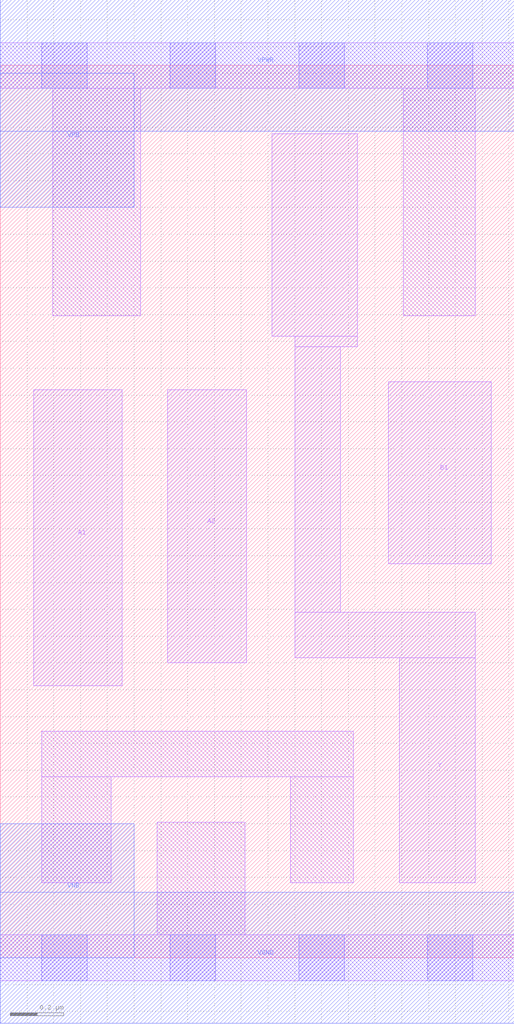
<source format=lef>
# Copyright 2020 The SkyWater PDK Authors
#
# Licensed under the Apache License, Version 2.0 (the "License");
# you may not use this file except in compliance with the License.
# You may obtain a copy of the License at
#
#     https://www.apache.org/licenses/LICENSE-2.0
#
# Unless required by applicable law or agreed to in writing, software
# distributed under the License is distributed on an "AS IS" BASIS,
# WITHOUT WARRANTIES OR CONDITIONS OF ANY KIND, either express or implied.
# See the License for the specific language governing permissions and
# limitations under the License.
#
# SPDX-License-Identifier: Apache-2.0

VERSION 5.5 ;
NAMESCASESENSITIVE ON ;
BUSBITCHARS "[]" ;
DIVIDERCHAR "/" ;
MACRO sky130_fd_sc_lp__o21ai_0
  CLASS CORE ;
  SOURCE USER ;
  ORIGIN  0.000000  0.000000 ;
  SIZE  1.920000 BY  3.330000 ;
  SYMMETRY X Y R90 ;
  SITE unit ;
  PIN A1
    ANTENNAGATEAREA  0.159000 ;
    DIRECTION INPUT ;
    USE SIGNAL ;
    PORT
      LAYER li1 ;
        RECT 0.125000 1.015000 0.455000 2.120000 ;
    END
  END A1
  PIN A2
    ANTENNAGATEAREA  0.159000 ;
    DIRECTION INPUT ;
    USE SIGNAL ;
    PORT
      LAYER li1 ;
        RECT 0.625000 1.100000 0.920000 2.120000 ;
    END
  END A2
  PIN B1
    ANTENNAGATEAREA  0.159000 ;
    DIRECTION INPUT ;
    USE SIGNAL ;
    PORT
      LAYER li1 ;
        RECT 1.450000 1.470000 1.835000 2.150000 ;
    END
  END B1
  PIN Y
    ANTENNADIFFAREA  0.290500 ;
    DIRECTION OUTPUT ;
    USE SIGNAL ;
    PORT
      LAYER li1 ;
        RECT 1.015000 2.320000 1.335000 3.075000 ;
        RECT 1.100000 1.120000 1.775000 1.290000 ;
        RECT 1.100000 1.290000 1.270000 2.280000 ;
        RECT 1.100000 2.280000 1.335000 2.320000 ;
        RECT 1.490000 0.280000 1.775000 1.120000 ;
    END
  END Y
  PIN VGND
    DIRECTION INOUT ;
    USE GROUND ;
    PORT
      LAYER met1 ;
        RECT 0.000000 -0.245000 1.920000 0.245000 ;
    END
  END VGND
  PIN VNB
    DIRECTION INOUT ;
    USE GROUND ;
    PORT
      LAYER met1 ;
        RECT 0.000000 0.000000 0.500000 0.500000 ;
    END
  END VNB
  PIN VPB
    DIRECTION INOUT ;
    USE POWER ;
    PORT
      LAYER met1 ;
        RECT 0.000000 2.800000 0.500000 3.300000 ;
    END
  END VPB
  PIN VPWR
    DIRECTION INOUT ;
    USE POWER ;
    PORT
      LAYER met1 ;
        RECT 0.000000 3.085000 1.920000 3.575000 ;
    END
  END VPWR
  OBS
    LAYER li1 ;
      RECT 0.000000 -0.085000 1.920000 0.085000 ;
      RECT 0.000000  3.245000 1.920000 3.415000 ;
      RECT 0.155000  0.280000 0.415000 0.675000 ;
      RECT 0.155000  0.675000 1.320000 0.845000 ;
      RECT 0.195000  2.395000 0.525000 3.245000 ;
      RECT 0.585000  0.085000 0.915000 0.505000 ;
      RECT 1.085000  0.280000 1.320000 0.675000 ;
      RECT 1.505000  2.395000 1.775000 3.245000 ;
    LAYER mcon ;
      RECT 0.155000 -0.085000 0.325000 0.085000 ;
      RECT 0.155000  3.245000 0.325000 3.415000 ;
      RECT 0.635000 -0.085000 0.805000 0.085000 ;
      RECT 0.635000  3.245000 0.805000 3.415000 ;
      RECT 1.115000 -0.085000 1.285000 0.085000 ;
      RECT 1.115000  3.245000 1.285000 3.415000 ;
      RECT 1.595000 -0.085000 1.765000 0.085000 ;
      RECT 1.595000  3.245000 1.765000 3.415000 ;
  END
END sky130_fd_sc_lp__o21ai_0

</source>
